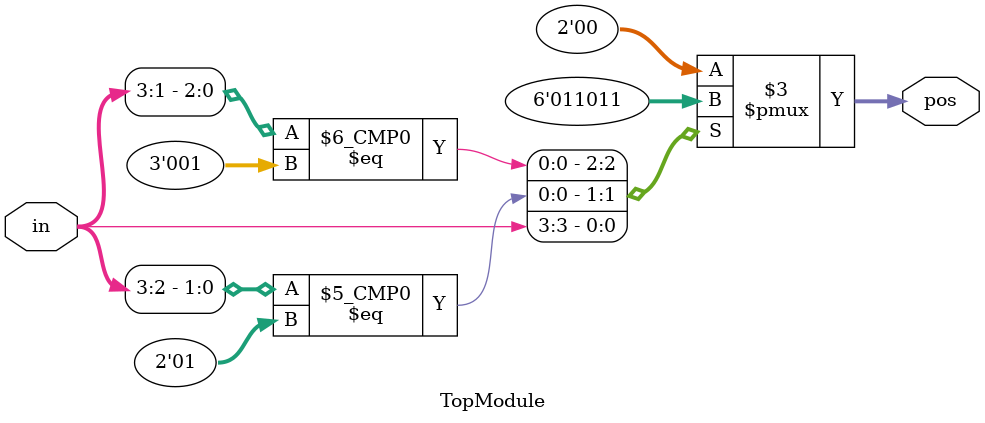
<source format=sv>
module TopModule(
    input [3:0] in,
    output logic [1:0] pos
);

    always @(*) begin
        casez (in)
            4'b0001: pos = 2'b00;
            4'b001?: pos = 2'b01;
            4'b01??: pos = 2'b10;
            4'b1???: pos = 2'b11;
            default: pos = 2'b00;
        endcase
    end

endmodule
</source>
